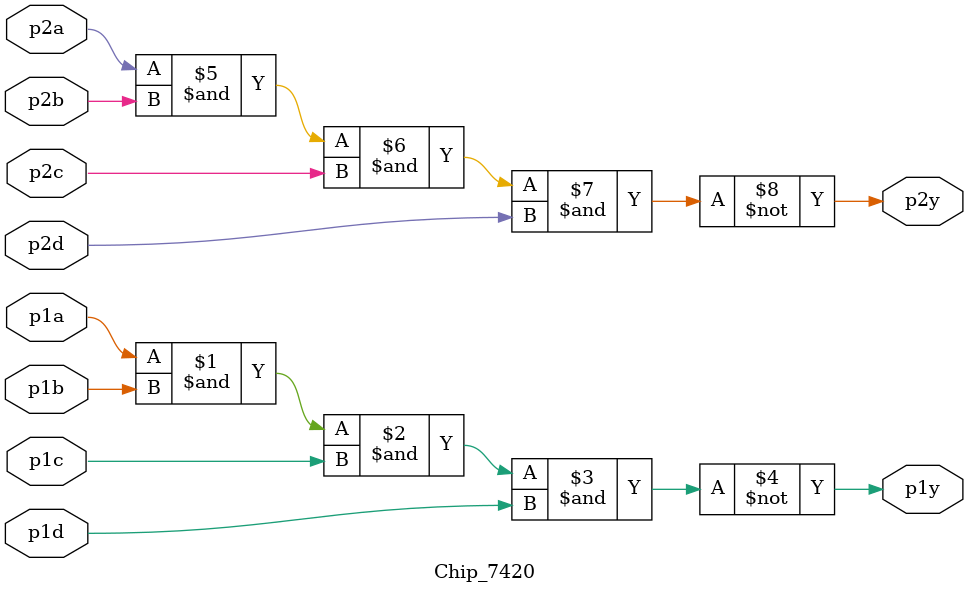
<source format=v>
module Chip_7420(
  input   p1a,
  input   p1b,
  input   p1c,
  input   p1d,
  output  p1y,
  input   p2a,
  input   p2b,
  input   p2c,
  input   p2d,
  output  p2y
);
  assign p1y = ~(p1a & p1b & p1c & p1d); // @[Chip_7420.scala 17:10]
  assign p2y = ~(p2a & p2b & p2c & p2d); // @[Chip_7420.scala 18:10]
endmodule

</source>
